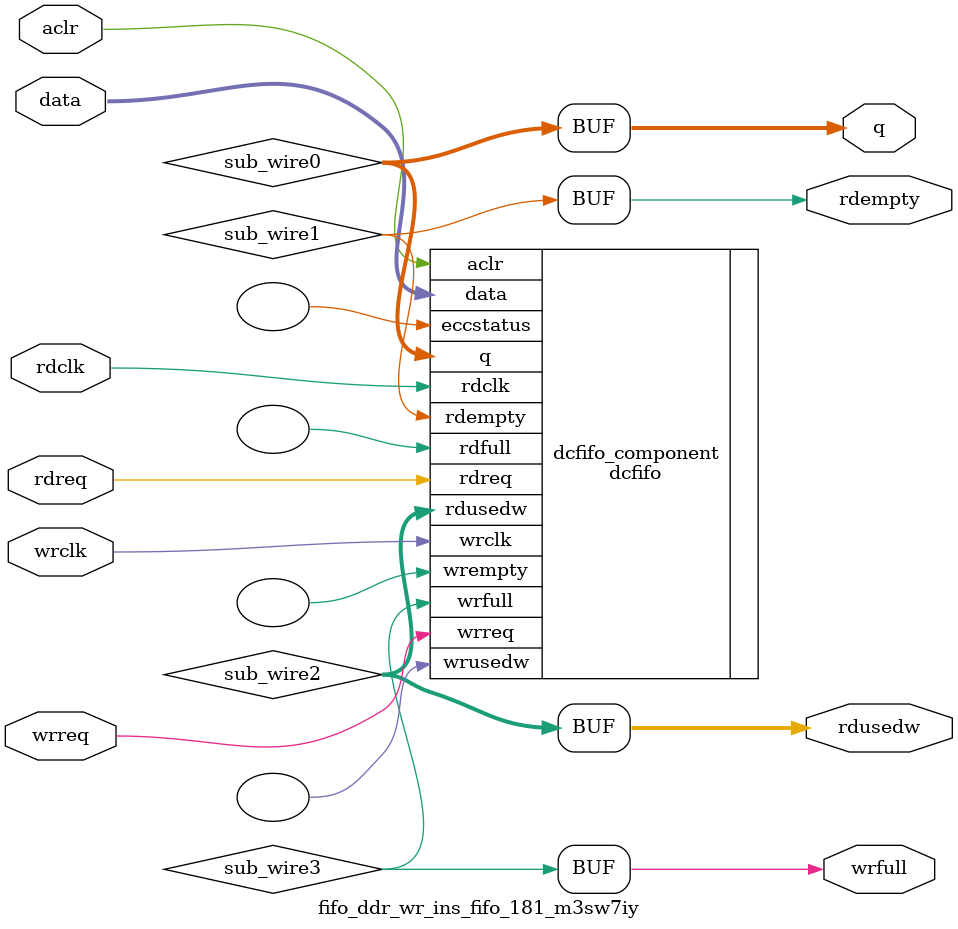
<source format=v>



`timescale 1 ps / 1 ps
// synopsys translate_on
module  fifo_ddr_wr_ins_fifo_181_m3sw7iy  (
    aclr,
    data,
    rdclk,
    rdreq,
    wrclk,
    wrreq,
    q,
    rdempty,
    rdusedw,
    wrfull);

    input    aclr;
    input  [160:0]  data;
    input    rdclk;
    input    rdreq;
    input    wrclk;
    input    wrreq;
    output [160:0]  q;
    output   rdempty;
    output [7:0]  rdusedw;
    output   wrfull;
`ifndef ALTERA_RESERVED_QIS
// synopsys translate_off
`endif
    tri0     aclr;
`ifndef ALTERA_RESERVED_QIS
// synopsys translate_on
`endif

    wire [160:0] sub_wire0;
    wire  sub_wire1;
    wire [7:0] sub_wire2;
    wire  sub_wire3;
    wire [160:0] q = sub_wire0[160:0];
    wire  rdempty = sub_wire1;
    wire [7:0] rdusedw = sub_wire2[7:0];
    wire  wrfull = sub_wire3;

    dcfifo  dcfifo_component (
                .aclr (aclr),
                .data (data),
                .rdclk (rdclk),
                .rdreq (rdreq),
                .wrclk (wrclk),
                .wrreq (wrreq),
                .q (sub_wire0),
                .rdempty (sub_wire1),
                .rdusedw (sub_wire2),
                .wrfull (sub_wire3),
                .eccstatus (),
                .rdfull (),
                .wrempty (),
                .wrusedw ());
    defparam
        dcfifo_component.enable_ecc  = "FALSE",
        dcfifo_component.intended_device_family  = "Arria 10",
        dcfifo_component.lpm_hint  = "DISABLE_DCFIFO_EMBEDDED_TIMING_CONSTRAINT=TRUE",
        dcfifo_component.lpm_numwords  = 256,
        dcfifo_component.lpm_showahead  = "ON",
        dcfifo_component.lpm_type  = "dcfifo",
        dcfifo_component.lpm_width  = 161,
        dcfifo_component.lpm_widthu  = 8,
        dcfifo_component.overflow_checking  = "ON",
        dcfifo_component.rdsync_delaypipe  = 4,
        dcfifo_component.read_aclr_synch  = "OFF",
        dcfifo_component.underflow_checking  = "ON",
        dcfifo_component.use_eab  = "ON",
        dcfifo_component.write_aclr_synch  = "OFF",
        dcfifo_component.wrsync_delaypipe  = 4;


endmodule



</source>
